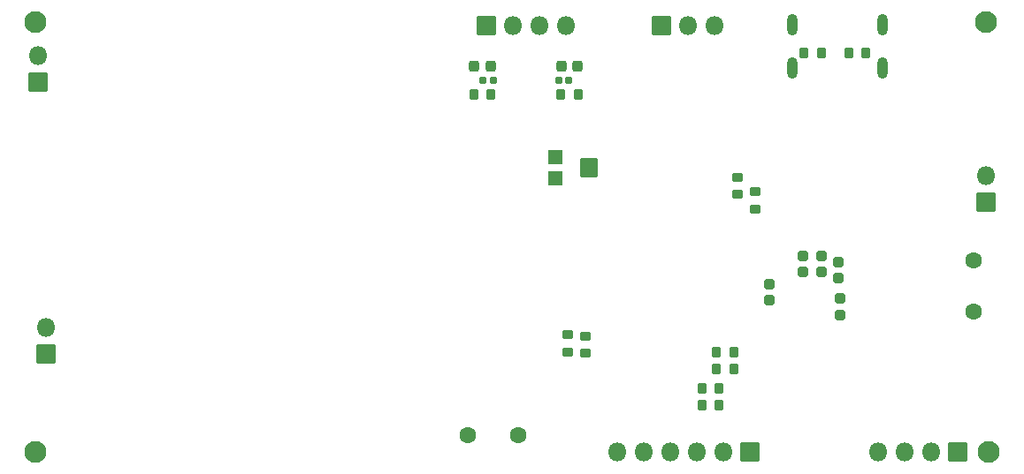
<source format=gbs>
G04 #@! TF.GenerationSoftware,KiCad,Pcbnew,7.0.7*
G04 #@! TF.CreationDate,2023-12-18T21:05:11-05:00*
G04 #@! TF.ProjectId,motor_board_pcb,6d6f746f-725f-4626-9f61-72645f706362,rev?*
G04 #@! TF.SameCoordinates,Original*
G04 #@! TF.FileFunction,Soldermask,Bot*
G04 #@! TF.FilePolarity,Negative*
%FSLAX46Y46*%
G04 Gerber Fmt 4.6, Leading zero omitted, Abs format (unit mm)*
G04 Created by KiCad (PCBNEW 7.0.7) date 2023-12-18 21:05:11*
%MOMM*%
%LPD*%
G01*
G04 APERTURE LIST*
G04 Aperture macros list*
%AMRoundRect*
0 Rectangle with rounded corners*
0 $1 Rounding radius*
0 $2 $3 $4 $5 $6 $7 $8 $9 X,Y pos of 4 corners*
0 Add a 4 corners polygon primitive as box body*
4,1,4,$2,$3,$4,$5,$6,$7,$8,$9,$2,$3,0*
0 Add four circle primitives for the rounded corners*
1,1,$1+$1,$2,$3*
1,1,$1+$1,$4,$5*
1,1,$1+$1,$6,$7*
1,1,$1+$1,$8,$9*
0 Add four rect primitives between the rounded corners*
20,1,$1+$1,$2,$3,$4,$5,0*
20,1,$1+$1,$4,$5,$6,$7,0*
20,1,$1+$1,$6,$7,$8,$9,0*
20,1,$1+$1,$8,$9,$2,$3,0*%
G04 Aperture macros list end*
%ADD10RoundRect,0.050000X0.850000X0.850000X-0.850000X0.850000X-0.850000X-0.850000X0.850000X-0.850000X0*%
%ADD11O,1.800000X1.800000*%
%ADD12C,1.600000*%
%ADD13C,2.100000*%
%ADD14RoundRect,0.050000X-0.850000X0.850000X-0.850000X-0.850000X0.850000X-0.850000X0.850000X0.850000X0*%
%ADD15O,1.000000X2.100000*%
%ADD16RoundRect,0.050000X0.850000X-0.850000X0.850000X0.850000X-0.850000X0.850000X-0.850000X-0.850000X0*%
%ADD17RoundRect,0.102000X-0.600000X-0.600000X0.600000X-0.600000X0.600000X0.600000X-0.600000X0.600000X0*%
%ADD18RoundRect,0.102000X0.750000X-0.800000X0.750000X0.800000X-0.750000X0.800000X-0.750000X-0.800000X0*%
%ADD19RoundRect,0.275000X0.250000X-0.225000X0.250000X0.225000X-0.250000X0.225000X-0.250000X-0.225000X0*%
%ADD20RoundRect,0.250000X0.275000X-0.200000X0.275000X0.200000X-0.275000X0.200000X-0.275000X-0.200000X0*%
%ADD21RoundRect,0.275000X-0.225000X-0.250000X0.225000X-0.250000X0.225000X0.250000X-0.225000X0.250000X0*%
%ADD22RoundRect,0.275000X0.225000X0.250000X-0.225000X0.250000X-0.225000X-0.250000X0.225000X-0.250000X0*%
%ADD23RoundRect,0.190000X-0.140000X-0.170000X0.140000X-0.170000X0.140000X0.170000X-0.140000X0.170000X0*%
%ADD24RoundRect,0.250000X0.200000X0.275000X-0.200000X0.275000X-0.200000X-0.275000X0.200000X-0.275000X0*%
%ADD25RoundRect,0.250000X-0.200000X-0.275000X0.200000X-0.275000X0.200000X0.275000X-0.200000X0.275000X0*%
%ADD26RoundRect,0.275000X-0.250000X0.225000X-0.250000X-0.225000X0.250000X-0.225000X0.250000X0.225000X0*%
%ADD27RoundRect,0.190000X0.140000X0.170000X-0.140000X0.170000X-0.140000X-0.170000X0.140000X-0.170000X0*%
G04 APERTURE END LIST*
D10*
X185290000Y-77075000D03*
D11*
X185290000Y-74535000D03*
D12*
X140500000Y-99400000D03*
X135620000Y-99400000D03*
D13*
X94250000Y-101000000D03*
D10*
X94500000Y-65525000D03*
D11*
X94500000Y-62985000D03*
D14*
X182550000Y-101000000D03*
D11*
X180010000Y-101000000D03*
X177470000Y-101000000D03*
X174930000Y-101000000D03*
D13*
X185500000Y-101000000D03*
X185250000Y-59750000D03*
X94250000Y-59750000D03*
D12*
X184100000Y-82650000D03*
X184100000Y-87530000D03*
D15*
X175365000Y-64180000D03*
X166715000Y-64180000D03*
X175365000Y-60000000D03*
X166715000Y-60000000D03*
D14*
X162650000Y-101000000D03*
D11*
X160110000Y-101000000D03*
X157570000Y-101000000D03*
X155030000Y-101000000D03*
X152490000Y-101000000D03*
X149950000Y-101000000D03*
D10*
X95272339Y-91588648D03*
D11*
X95272339Y-89048648D03*
D16*
X154225000Y-60100000D03*
D11*
X156765000Y-60100000D03*
X159305000Y-60100000D03*
D16*
X137400000Y-60100000D03*
D11*
X139940000Y-60100000D03*
X142480000Y-60100000D03*
X145020000Y-60100000D03*
D17*
X144005335Y-74750000D03*
D18*
X147255335Y-73750000D03*
D17*
X144005335Y-72750000D03*
D19*
X164500000Y-86475000D03*
X164500000Y-84925000D03*
D20*
X161500000Y-76325000D03*
X161500000Y-74675000D03*
D21*
X136275000Y-64050000D03*
X137825000Y-64050000D03*
D22*
X146175000Y-64000000D03*
X144625000Y-64000000D03*
D23*
X137120000Y-65400000D03*
X138080000Y-65400000D03*
D24*
X161131900Y-91479811D03*
X159481900Y-91479811D03*
D25*
X158075000Y-94900000D03*
X159725000Y-94900000D03*
D24*
X146225000Y-66700000D03*
X144575000Y-66700000D03*
D25*
X172115000Y-62750000D03*
X173765000Y-62750000D03*
D20*
X145206900Y-91443784D03*
X145206900Y-89793784D03*
X163200000Y-77725000D03*
X163200000Y-76075000D03*
D25*
X136225000Y-66750000D03*
X137875000Y-66750000D03*
X158075000Y-96500000D03*
X159725000Y-96500000D03*
D20*
X146906900Y-91543784D03*
X146906900Y-89893784D03*
D24*
X169515000Y-62780000D03*
X167865000Y-62780000D03*
D26*
X171100000Y-82825000D03*
X171100000Y-84375000D03*
D19*
X167750000Y-83775000D03*
X167750000Y-82225000D03*
D27*
X145330000Y-65350000D03*
X144370000Y-65350000D03*
D25*
X159481900Y-93079811D03*
X161131900Y-93079811D03*
D26*
X171300000Y-86325000D03*
X171300000Y-87875000D03*
D19*
X169500000Y-83775000D03*
X169500000Y-82225000D03*
M02*

</source>
